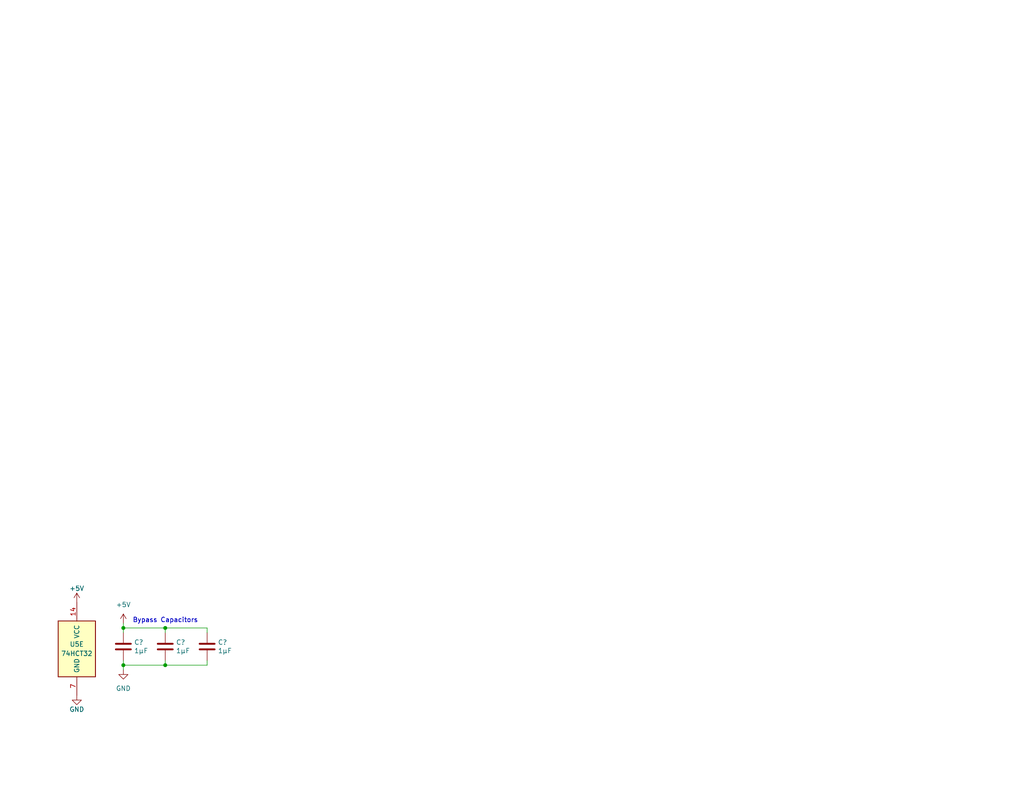
<source format=kicad_sch>
(kicad_sch (version 20230121) (generator eeschema)
  (paper "USLetter")
  (title_block (date "2023-09-06") (rev "2.1") (company "Frédéric Segard") (comment 1 "@microhobbyist") (comment 4 "Thank you to John Winans for his inspiration, as well as Grant Searle and Sergey Kiselev"))
  (lib_symbols
    (symbol "+5V_1" (power) (pin_names (offset 0))
      (property "Value" "+5V_1" (at 0 3.556 0))
      (symbol "+5V_1_0_1"
        (polyline (pts (xy -0.762 1.27) (xy 0 2.54)))
        (polyline (pts (xy 0 0) (xy 0 2.54)))
        (polyline (pts (xy 0 2.54) (xy 0.762 1.27)))
      )
      (symbol "+5V_1_1_1"
        (pin power_in line (at 0 0 90) (length 0) hide (name "+5V") (number "1"))
      )
    )
    (symbol "74xx:74LS32" (pin_names (offset 1.016))
      (property "Reference" "U" (at 0 1.27 0))
      (property "Value" "74LS32" (at 0 -1.27 0))
      (symbol "74LS32_1_1"
        (arc (start -3.81 -3.81) (mid -2.589 0) (end -3.81 3.81) (stroke (width 0.254)))
        (arc (start -0.6096 -3.81) (mid 2.1842 -2.5851) (end 3.81 0) (stroke (width 0.254)) (fill (type background)))
        (polyline (pts (xy -3.81 -3.81) (xy -0.635 -3.81)) (stroke (width 0.254)) (fill (type background)))
        (polyline (pts (xy -3.81 3.81) (xy -0.635 3.81)) (stroke (width 0.254)) (fill (type background)))
        (polyline (pts (xy -0.635 3.81) (xy -3.81 3.81) (xy -3.81 3.81) (xy -3.556 3.4036) (xy -3.0226 2.2606) (xy -2.6924 1.0414) (xy -2.6162 -0.254) (xy -2.7686 -1.4986) (xy -3.175 -2.7178) (xy -3.81 -3.81) (xy -3.81 -3.81) (xy -0.635 -3.81)) (stroke (width -25.4)) (fill (type background)))
        (arc (start 3.81 0) (mid 2.1915 2.5936) (end -0.6096 3.81) (stroke (width 0.254)) (fill (type background)))
        (pin input line (at -7.62 2.54 0) (length 4.318) (name "~") (number "1"))
        (pin input line (at -7.62 -2.54 0) (length 4.318) (name "~") (number "2"))
        (pin output line (at 7.62 0 180) (length 3.81) (name "~") (number "3"))
      )
      (symbol "74LS32_1_2"
        (arc (start 0 -3.81) (mid 3.7934 0) (end 0 3.81) (stroke (width 0.254)) (fill (type background)))
        (polyline (pts (xy 0 3.81) (xy -3.81 3.81) (xy -3.81 -3.81) (xy 0 -3.81)) (stroke (width 0.254)) (fill (type background)))
        (pin input inverted (at -7.62 2.54 0) (length 3.81) (name "~") (number "1"))
        (pin input inverted (at -7.62 -2.54 0) (length 3.81) (name "~") (number "2"))
        (pin output inverted (at 7.62 0 180) (length 3.81) (name "~") (number "3"))
      )
      (symbol "74LS32_2_1"
        (arc (start -3.81 -3.81) (mid -2.589 0) (end -3.81 3.81) (stroke (width 0.254)))
        (arc (start -0.6096 -3.81) (mid 2.1842 -2.5851) (end 3.81 0) (stroke (width 0.254)) (fill (type background)))
        (polyline (pts (xy -3.81 -3.81) (xy -0.635 -3.81)) (stroke (width 0.254)) (fill (type background)))
        (polyline (pts (xy -3.81 3.81) (xy -0.635 3.81)) (stroke (width 0.254)) (fill (type background)))
        (polyline (pts (xy -0.635 3.81) (xy -3.81 3.81) (xy -3.81 3.81) (xy -3.556 3.4036) (xy -3.0226 2.2606) (xy -2.6924 1.0414) (xy -2.6162 -0.254) (xy -2.7686 -1.4986) (xy -3.175 -2.7178) (xy -3.81 -3.81) (xy -3.81 -3.81) (xy -0.635 -3.81)) (stroke (width -25.4)) (fill (type background)))
        (arc (start 3.81 0) (mid 2.1915 2.5936) (end -0.6096 3.81) (stroke (width 0.254)) (fill (type background)))
        (pin input line (at -7.62 2.54 0) (length 4.318) (name "~") (number "4"))
        (pin input line (at -7.62 -2.54 0) (length 4.318) (name "~") (number "5"))
        (pin output line (at 7.62 0 180) (length 3.81) (name "~") (number "6"))
      )
      (symbol "74LS32_2_2"
        (arc (start 0 -3.81) (mid 3.7934 0) (end 0 3.81) (stroke (width 0.254)) (fill (type background)))
        (polyline (pts (xy 0 3.81) (xy -3.81 3.81) (xy -3.81 -3.81) (xy 0 -3.81)) (stroke (width 0.254)) (fill (type background)))
        (pin input inverted (at -7.62 2.54 0) (length 3.81) (name "~") (number "4"))
        (pin input inverted (at -7.62 -2.54 0) (length 3.81) (name "~") (number "5"))
        (pin output inverted (at 7.62 0 180) (length 3.81) (name "~") (number "6"))
      )
      (symbol "74LS32_3_1"
        (arc (start -3.81 -3.81) (mid -2.589 0) (end -3.81 3.81) (stroke (width 0.254)))
        (arc (start -0.6096 -3.81) (mid 2.1842 -2.5851) (end 3.81 0) (stroke (width 0.254)) (fill (type background)))
        (polyline (pts (xy -3.81 -3.81) (xy -0.635 -3.81)) (stroke (width 0.254)) (fill (type background)))
        (polyline (pts (xy -3.81 3.81) (xy -0.635 3.81)) (stroke (width 0.254)) (fill (type background)))
        (polyline (pts (xy -0.635 3.81) (xy -3.81 3.81) (xy -3.81 3.81) (xy -3.556 3.4036) (xy -3.0226 2.2606) (xy -2.6924 1.0414) (xy -2.6162 -0.254) (xy -2.7686 -1.4986) (xy -3.175 -2.7178) (xy -3.81 -3.81) (xy -3.81 -3.81) (xy -0.635 -3.81)) (stroke (width -25.4)) (fill (type background)))
        (arc (start 3.81 0) (mid 2.1915 2.5936) (end -0.6096 3.81) (stroke (width 0.254)) (fill (type background)))
        (pin input line (at -7.62 -2.54 0) (length 4.318) (name "~") (number "10"))
        (pin output line (at 7.62 0 180) (length 3.81) (name "~") (number "8"))
        (pin input line (at -7.62 2.54 0) (length 4.318) (name "~") (number "9"))
      )
      (symbol "74LS32_3_2"
        (arc (start 0 -3.81) (mid 3.7934 0) (end 0 3.81) (stroke (width 0.254)) (fill (type background)))
        (polyline (pts (xy 0 3.81) (xy -3.81 3.81) (xy -3.81 -3.81) (xy 0 -3.81)) (stroke (width 0.254)) (fill (type background)))
        (pin input inverted (at -7.62 -2.54 0) (length 3.81) (name "~") (number "10"))
        (pin output inverted (at 7.62 0 180) (length 3.81) (name "~") (number "8"))
        (pin input inverted (at -7.62 2.54 0) (length 3.81) (name "~") (number "9"))
      )
      (symbol "74LS32_4_1"
        (arc (start -3.81 -3.81) (mid -2.589 0) (end -3.81 3.81) (stroke (width 0.254)))
        (arc (start -0.6096 -3.81) (mid 2.1842 -2.5851) (end 3.81 0) (stroke (width 0.254)) (fill (type background)))
        (polyline (pts (xy -3.81 -3.81) (xy -0.635 -3.81)) (stroke (width 0.254)) (fill (type background)))
        (polyline (pts (xy -3.81 3.81) (xy -0.635 3.81)) (stroke (width 0.254)) (fill (type background)))
        (polyline (pts (xy -0.635 3.81) (xy -3.81 3.81) (xy -3.81 3.81) (xy -3.556 3.4036) (xy -3.0226 2.2606) (xy -2.6924 1.0414) (xy -2.6162 -0.254) (xy -2.7686 -1.4986) (xy -3.175 -2.7178) (xy -3.81 -3.81) (xy -3.81 -3.81) (xy -0.635 -3.81)) (stroke (width -25.4)) (fill (type background)))
        (arc (start 3.81 0) (mid 2.1915 2.5936) (end -0.6096 3.81) (stroke (width 0.254)) (fill (type background)))
        (pin output line (at 7.62 0 180) (length 3.81) (name "~") (number "11"))
        (pin input line (at -7.62 2.54 0) (length 4.318) (name "~") (number "12"))
        (pin input line (at -7.62 -2.54 0) (length 4.318) (name "~") (number "13"))
      )
      (symbol "74LS32_4_2"
        (arc (start 0 -3.81) (mid 3.7934 0) (end 0 3.81) (stroke (width 0.254)) (fill (type background)))
        (polyline (pts (xy 0 3.81) (xy -3.81 3.81) (xy -3.81 -3.81) (xy 0 -3.81)) (stroke (width 0.254)) (fill (type background)))
        (pin output inverted (at 7.62 0 180) (length 3.81) (name "~") (number "11"))
        (pin input inverted (at -7.62 2.54 0) (length 3.81) (name "~") (number "12"))
        (pin input inverted (at -7.62 -2.54 0) (length 3.81) (name "~") (number "13"))
      )
      (symbol "74LS32_5_0"
        (pin power_in line (at 0 12.7 270) (length 5.08) (name "VCC") (number "14"))
        (pin power_in line (at 0 -12.7 90) (length 5.08) (name "GND") (number "7"))
      )
      (symbol "74LS32_5_1"
        (rectangle (start -5.08 7.62) (end 5.08 -7.62) (stroke (width 0.254)) (fill (type background)))
      )
    )
    (symbol "Device:C" (pin_numbers hide) (pin_names (offset 0.254))
      (property "Reference" "C" (at 0.635 2.54 0))
      (property "Value" "C" (at 0.635 -2.54 0))
      (symbol "C_0_1"
        (polyline (pts (xy -2.032 -0.762) (xy 2.032 -0.762)) (stroke (width 0.508)))
        (polyline (pts (xy -2.032 0.762) (xy 2.032 0.762)) (stroke (width 0.508)))
      )
      (symbol "C_1_1"
        (pin passive line (at 0 3.81 270) (length 2.794) (name "~") (number "1"))
        (pin passive line (at 0 -3.81 90) (length 2.794) (name "~") (number "2"))
      )
    )
    (symbol "GND_1" (power) (pin_names (offset 0))
      (property "Value" "GND_1" (at 0 -3.81 0))
      (symbol "GND_1_0_1"
        (polyline (pts (xy 0 0) (xy 0 -1.27) (xy 1.27 -1.27) (xy 0 -2.54) (xy -1.27 -1.27) (xy 0 -1.27)))
      )
      (symbol "GND_1_1_1"
        (pin power_in line (at 0 0 270) (length 0) hide (name "GND") (number "1"))
      )
    )
    (symbol "power:GND" (power) (pin_names (offset 0))
      (property "Value" "GND" (at 0 -3.81 0))
      (symbol "GND_0_1"
        (polyline (pts (xy 0 0) (xy 0 -1.27) (xy 1.27 -1.27) (xy 0 -2.54) (xy -1.27 -1.27) (xy 0 -1.27)))
      )
      (symbol "GND_1_1"
        (pin power_in line (at 0 0 270) (length 0) hide (name "GND") (number "1"))
      )
    )
  )
  (junction (at 33.655 181.61))
  (junction (at 45.085 181.61))
  (junction (at 33.655 171.45))
  (junction (at 45.085 171.45))
  (wire (pts (xy 56.515 180.34) (xy 56.515 181.61)))
  (wire (pts (xy 33.655 171.45) (xy 33.655 172.72)))
  (wire (pts (xy 33.655 170.18) (xy 33.655 171.45)))
  (wire (pts (xy 45.085 181.61) (xy 56.515 181.61)))
  (wire (pts (xy 33.655 181.61) (xy 45.085 181.61)))
  (wire (pts (xy 33.655 180.34) (xy 33.655 181.61)))
  (wire (pts (xy 45.085 180.34) (xy 45.085 181.61)))
  (wire (pts (xy 56.515 172.72) (xy 56.515 171.45)))
  (wire (pts (xy 56.515 171.45) (xy 45.085 171.45)))
  (wire (pts (xy 33.655 181.61) (xy 33.655 182.88)))
  (wire (pts (xy 45.085 171.45) (xy 33.655 171.45)))
  (wire (pts (xy 45.085 172.72) (xy 45.085 171.45)))
  (text "Bypass Capacitors" (at 36.195 170.18 0) (effects (font (size 1.27 1.27)) (justify left bottom)))
  (text "Bypass Capacitors" (at 36.195 170.18 0) (effects (font (size 1.27 1.27)) (justify left bottom)))
  (symbol (lib_id "Device:C") (at 56.515 176.53 0) (unit 1)
    (property "Reference" "C?" (at 59.436 175.3616 0) (effects (justify left)))
    (property "Value" "1µF" (at 59.436 177.673 0) (effects (justify left)))
    (property "Footprint" "Capacitor_THT:C_Disc_D3.4mm_W2.1mm_P2.50mm" (effects hide))
    (instances (project "1 - Main CPU board with basic peripherals (rev5)" (path "" (reference "C?") (unit 1)) (path "" (reference "C?") (unit 1))) (project "2 - CPU and memory card with the essential peripherals" (path "" (reference "C?") (unit 1))) (project "3 - Quad Serial card v3" (path "" (reference "C?") (unit 1)) (path "" (reference "C?") (unit 1))) (project "2 - CPU and core components (Rev 2.2)" (path "" (reference "C13") (unit 1)) (path "" (reference "C?") (unit 1)) (path "" (reference "C23") (unit 1)) (path "" (reference "C27") (unit 1))))
  )
  (symbol (lib_id "Device:C") (at 33.655 176.53 0) (unit 1)
    (property "Reference" "C?" (at 36.576 175.3616 0) (effects (justify left)))
    (property "Value" "1µF" (at 36.576 177.673 0) (effects (justify left)))
    (property "Footprint" "Capacitor_THT:C_Disc_D3.4mm_W2.1mm_P2.50mm" (effects hide))
    (instances (project "1 - Main CPU board with basic peripherals (rev5)" (path "" (reference "C?") (unit 1)) (path "" (reference "C?") (unit 1))) (project "2 - CPU and memory card with the essential peripherals" (path "" (reference "C?") (unit 1))) (project "3 - Quad Serial card v3" (path "" (reference "C?") (unit 1)) (path "" (reference "C?") (unit 1))) (project "2 - CPU and core components (Rev 2.2)" (path "" (reference "C11") (unit 1)) (path "" (reference "C?") (unit 1)) (path "" (reference "C21") (unit 1)) (path "" (reference "C25") (unit 1))))
  )
  (symbol (lib_name "GND_1") (lib_id "power:GND") (at 33.655 182.88 0) (unit 1)
    (property "Reference" "#PWR?" (effects hide))
    (property "Value" "GND" (at 33.655 187.96 0))
    (instances (project "1 - Main CPU board with basic peripherals (rev5)" (path "" (reference "#PWR?") (unit 1)) (path "" (reference "#PWR?") (unit 1))) (project "2 - CPU and memory card with the essential peripherals" (path "" (reference "#PWR?") (unit 1))) (project "3 - Quad Serial card v3" (path "" (reference "#PWR?") (unit 1)) (path "" (reference "#PWR?") (unit 1))) (project "2 - CPU and core components (Rev 2.2)" (path "" (reference "#PWR043") (unit 1)) (path "" (reference "#PWR?") (unit 1)) (path "" (reference "#PWR039") (unit 1)) (path "" (reference "#PWR072") (unit 1))))
  )
  (symbol (lib_id "74xx:74LS32") (at 20.955 177.165 0) (unit 5)
    (property "Reference" "U5" (at 20.955 175.895 0))
    (property "Value" "74HCT32" (at 20.955 178.435 0))
    (property "Footprint" "Package_DIP:DIP-14_W7.62mm_Socket" (effects hide))
    (property "Datasheet" "http://www.ti.com/lit/gpn/sn74LS32" (effects hide))
  )
  (symbol (lib_name "+5V_1") (lib_id "power:+5V") (at 20.955 164.465 0) (unit 1)
    (property "Reference" "#PWR?" (effects hide))
    (property "Value" "+5V" (at 20.955 160.655 0))
    (instances (project "1 - Main CPU board with basic peripherals (rev5)" (path "" (reference "#PWR?") (unit 1)) (path "" (reference "#PWR?") (unit 1))) (project "2 - CPU and core components (Rev 2.2)" (path "" (reference "#PWR?") (unit 1)) (path "" (reference "#PWR068") (unit 1)) (path "" (reference "#PWR068") (unit 1))))
  )
  (symbol (lib_name "+5V_1") (lib_id "power:+5V") (at 33.655 170.18 0) (unit 1)
    (property "Reference" "#PWR?" (effects hide))
    (property "Value" "+5V" (at 33.655 165.1 0))
    (instances (project "1 - Main CPU board with basic peripherals (rev5)" (path "" (reference "#PWR?") (unit 1)) (path "" (reference "#PWR?") (unit 1))) (project "2 - CPU and memory card with the essential peripherals" (path "" (reference "#PWR?") (unit 1))) (project "3 - Quad Serial card v3" (path "" (reference "#PWR?") (unit 1)) (path "" (reference "#PWR?") (unit 1))) (project "2 - CPU and core components (Rev 2.2)" (path "" (reference "#PWR042") (unit 1)) (path "" (reference "#PWR?") (unit 1)) (path "" (reference "#PWR021") (unit 1)) (path "" (reference "#PWR071") (unit 1))))
  )
  (symbol (lib_id "power:GND") (at 20.955 189.865 0) (unit 1)
    (property "Reference" "#PWR?" (effects hide))
    (property "Value" "GND" (at 20.955 193.675 0))
    (instances (project "1 - Main CPU board with basic peripherals (rev5)" (path "" (reference "#PWR?") (unit 1)) (path "" (reference "#PWR?") (unit 1))) (project "2 - CPU and core components (Rev 2.2)" (path "" (reference "#PWR?") (unit 1)) (path "" (reference "#PWR069") (unit 1)) (path "" (reference "#PWR069") (unit 1))))
  )
  (symbol (lib_id "Device:C") (at 45.085 176.53 0) (unit 1)
    (property "Reference" "C?" (at 48.006 175.3616 0) (effects (justify left)))
    (property "Value" "1µF" (at 48.006 177.673 0) (effects (justify left)))
    (property "Footprint" "Capacitor_THT:C_Disc_D3.4mm_W2.1mm_P2.50mm" (effects hide))
    (instances (project "1 - Main CPU board with basic peripherals (rev5)" (path "" (reference "C?") (unit 1)) (path "" (reference "C?") (unit 1))) (project "2 - CPU and memory card with the essential peripherals" (path "" (reference "C?") (unit 1))) (project "3 - Quad Serial card v3" (path "" (reference "C?") (unit 1)) (path "" (reference "C?") (unit 1))) (project "2 - CPU and core components (Rev 2.2)" (path "" (reference "C12") (unit 1)) (path "" (reference "C?") (unit 1)) (path "" (reference "C22") (unit 1)) (path "" (reference "C26") (unit 1))))
  )
)
</source>
